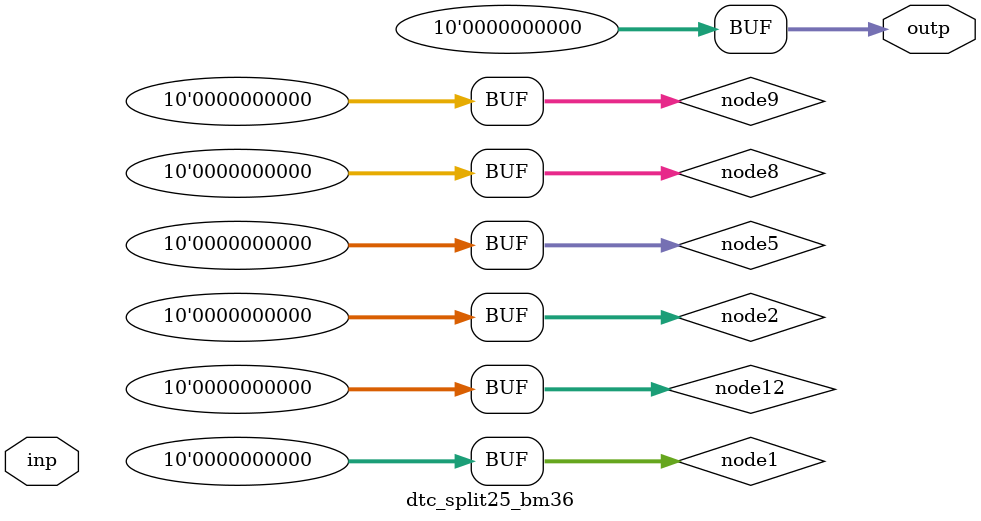
<source format=v>
module dtc_split25_bm36 (
	input  wire [10-1:0] inp,
	output wire [10-1:0] outp
);

	wire [10-1:0] node1;
	wire [10-1:0] node2;
	wire [10-1:0] node5;
	wire [10-1:0] node8;
	wire [10-1:0] node9;
	wire [10-1:0] node12;

	assign outp = (inp[2]) ? node8 : node1;
		assign node1 = (inp[4]) ? node5 : node2;
			assign node2 = (inp[6]) ? 10'b0000000000 : 10'b0000000000;
			assign node5 = (inp[3]) ? 10'b0000000000 : 10'b0000000000;
		assign node8 = (inp[7]) ? node12 : node9;
			assign node9 = (inp[4]) ? 10'b0000000000 : 10'b0000000000;
			assign node12 = (inp[6]) ? 10'b0000000000 : 10'b0000000000;

endmodule
</source>
